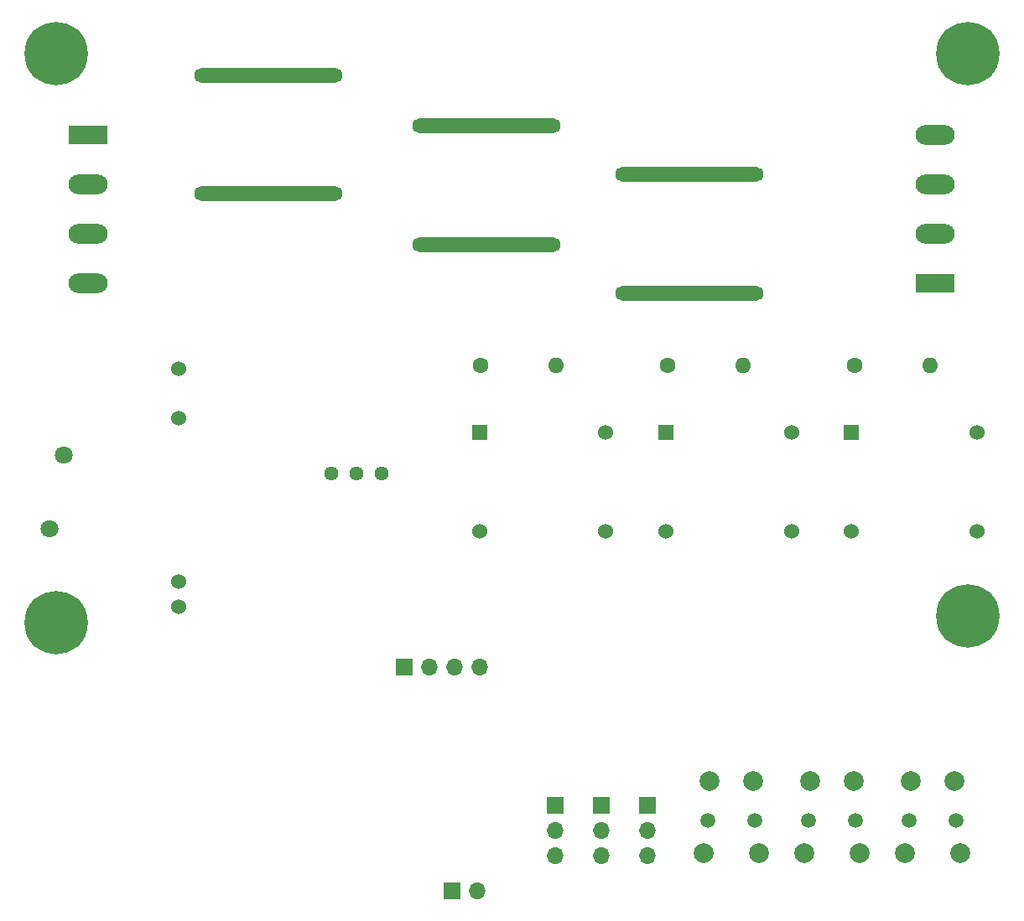
<source format=gbs>
%TF.GenerationSoftware,KiCad,Pcbnew,6.0.4-6f826c9f35~116~ubuntu20.04.1*%
%TF.CreationDate,2022-05-05T18:32:33+02:00*%
%TF.ProjectId,tfm,74666d2e-6b69-4636-9164-5f7063625858,1.0*%
%TF.SameCoordinates,Original*%
%TF.FileFunction,Soldermask,Bot*%
%TF.FilePolarity,Negative*%
%FSLAX46Y46*%
G04 Gerber Fmt 4.6, Leading zero omitted, Abs format (unit mm)*
G04 Created by KiCad (PCBNEW 6.0.4-6f826c9f35~116~ubuntu20.04.1) date 2022-05-05 18:32:33*
%MOMM*%
%LPD*%
G01*
G04 APERTURE LIST*
G04 Aperture macros list*
%AMRoundRect*
0 Rectangle with rounded corners*
0 $1 Rounding radius*
0 $2 $3 $4 $5 $6 $7 $8 $9 X,Y pos of 4 corners*
0 Add a 4 corners polygon primitive as box body*
4,1,4,$2,$3,$4,$5,$6,$7,$8,$9,$2,$3,0*
0 Add four circle primitives for the rounded corners*
1,1,$1+$1,$2,$3*
1,1,$1+$1,$4,$5*
1,1,$1+$1,$6,$7*
1,1,$1+$1,$8,$9*
0 Add four rect primitives between the rounded corners*
20,1,$1+$1,$2,$3,$4,$5,0*
20,1,$1+$1,$4,$5,$6,$7,0*
20,1,$1+$1,$6,$7,$8,$9,0*
20,1,$1+$1,$8,$9,$2,$3,0*%
G04 Aperture macros list end*
%ADD10C,1.500000*%
%ADD11C,2.000000*%
%ADD12R,1.700000X1.700000*%
%ADD13O,1.700000X1.700000*%
%ADD14RoundRect,0.750000X6.750000X0.000000X6.750000X0.000000X-6.750000X0.000000X-6.750000X0.000000X0*%
%ADD15R,1.524000X1.524000*%
%ADD16C,1.524000*%
%ADD17C,1.800000*%
%ADD18C,6.400000*%
%ADD19C,3.600000*%
%ADD20C,1.600000*%
%ADD21O,1.600000X1.600000*%
%ADD22R,3.960000X1.980000*%
%ADD23O,3.960000X1.980000*%
%ADD24C,1.440000*%
G04 APERTURE END LIST*
D10*
X182992000Y-128293000D03*
X178192000Y-128293000D03*
D11*
X183392000Y-131593000D03*
X177792000Y-131593000D03*
X178392000Y-124293000D03*
X182792000Y-124293000D03*
D12*
X137424000Y-112776000D03*
D13*
X139964000Y-112776000D03*
X142504000Y-112776000D03*
X145044000Y-112776000D03*
D12*
X152654000Y-126746000D03*
D13*
X152654000Y-129286000D03*
X152654000Y-131826000D03*
D14*
X145714000Y-70090000D03*
X145714000Y-58090000D03*
D12*
X142240000Y-135382000D03*
D13*
X144780000Y-135382000D03*
D15*
X182564000Y-89090000D03*
D16*
X195264000Y-89090000D03*
X195264000Y-99090000D03*
X182564000Y-99090000D03*
D10*
X193152000Y-128293000D03*
X188352000Y-128293000D03*
D11*
X193552000Y-131593000D03*
X187952000Y-131593000D03*
X188552000Y-124293000D03*
X192952000Y-124293000D03*
D17*
X102996000Y-91336000D03*
X101596000Y-98836000D03*
D14*
X123699000Y-52995000D03*
X123699000Y-64995000D03*
D18*
X194339000Y-107665000D03*
D19*
X194339000Y-107665000D03*
D14*
X166199000Y-62995000D03*
X166199000Y-74995000D03*
D20*
X182854000Y-82340000D03*
D21*
X190474000Y-82340000D03*
D12*
X161954000Y-126746000D03*
D13*
X161954000Y-129286000D03*
X161954000Y-131826000D03*
D20*
X145102000Y-82340000D03*
D21*
X152722000Y-82340000D03*
D18*
X102264000Y-50800000D03*
D19*
X102264000Y-50800000D03*
D16*
X114619000Y-82685000D03*
X114619000Y-87685000D03*
X114619000Y-104185000D03*
X114619000Y-106685000D03*
D10*
X168032000Y-128293000D03*
X172832000Y-128293000D03*
D11*
X167632000Y-131593000D03*
X173232000Y-131593000D03*
X168232000Y-124293000D03*
X172632000Y-124293000D03*
D18*
X102264000Y-108300000D03*
D19*
X102264000Y-108300000D03*
D15*
X163814000Y-89090000D03*
D16*
X176514000Y-89090000D03*
X176514000Y-99090000D03*
X163814000Y-99090000D03*
D12*
X157304000Y-126746000D03*
D13*
X157304000Y-129286000D03*
X157304000Y-131826000D03*
D22*
X105514000Y-58990000D03*
D23*
X105514000Y-63990000D03*
X105514000Y-68990000D03*
X105514000Y-73990000D03*
D20*
X163978000Y-82340000D03*
D21*
X171598000Y-82340000D03*
D24*
X135165000Y-93222000D03*
X132625000Y-93222000D03*
X130085000Y-93222000D03*
D15*
X145064000Y-89090000D03*
D16*
X157764000Y-89090000D03*
X157764000Y-99090000D03*
X145064000Y-99090000D03*
D18*
X194339000Y-50800000D03*
D19*
X194339000Y-50800000D03*
D22*
X191014000Y-74015000D03*
D23*
X191014000Y-69015000D03*
X191014000Y-64015000D03*
X191014000Y-59015000D03*
M02*

</source>
